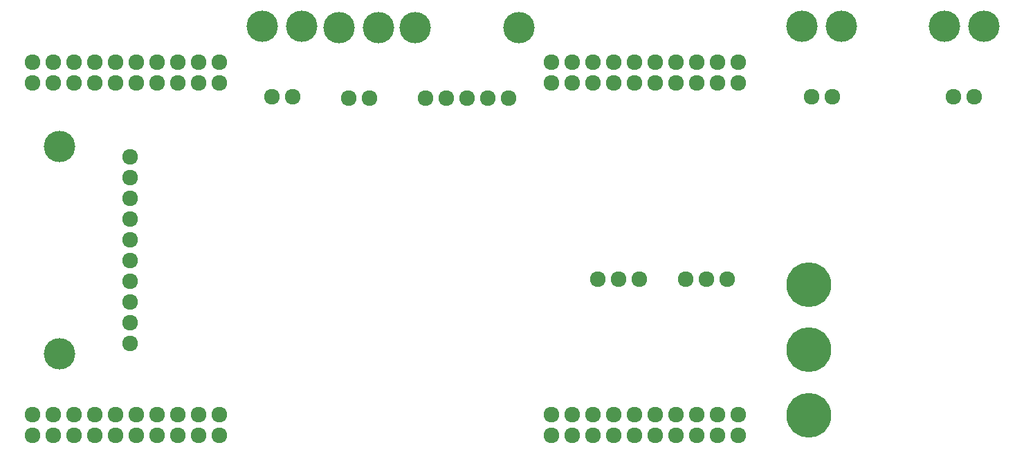
<source format=gbr>
G04 #@! TF.FileFunction,Soldermask,Bot*
%FSLAX46Y46*%
G04 Gerber Fmt 4.6, Leading zero omitted, Abs format (unit mm)*
G04 Created by KiCad (PCBNEW 4.0.7) date 03/27/18 18:49:24*
%MOMM*%
%LPD*%
G01*
G04 APERTURE LIST*
%ADD10C,0.100000*%
%ADD11C,1.920000*%
%ADD12C,1.924000*%
%ADD13C,3.850000*%
%ADD14C,5.480000*%
G04 APERTURE END LIST*
D10*
D11*
X182778400Y-126034800D03*
X205638400Y-80314800D03*
X203098400Y-80314800D03*
X195478400Y-80314800D03*
X192938400Y-123494800D03*
X198018400Y-80314800D03*
X200558400Y-80314800D03*
X198018400Y-126034800D03*
X203098400Y-123494800D03*
X192938400Y-80314800D03*
X190398400Y-80314800D03*
X203098400Y-126034800D03*
X198018400Y-123494800D03*
X195478400Y-123494800D03*
X182778400Y-123494800D03*
X185318400Y-123494800D03*
X187858400Y-123494800D03*
X190398400Y-123494800D03*
X200558400Y-123494800D03*
X205638400Y-123494800D03*
X185318400Y-126034800D03*
X187858400Y-126034800D03*
X190398400Y-126034800D03*
X192938400Y-126034800D03*
X195478400Y-126034800D03*
X200558400Y-126034800D03*
X205638400Y-126034800D03*
X182778400Y-82854800D03*
X185318400Y-82854800D03*
X187858400Y-82854800D03*
X190398400Y-82854800D03*
X192938400Y-82854800D03*
X195478400Y-82854800D03*
X198018400Y-82854800D03*
X200558400Y-82854800D03*
X203098400Y-82854800D03*
X205638400Y-82854800D03*
X182778400Y-80314800D03*
X185318400Y-80314800D03*
X187858400Y-80314800D03*
X119278400Y-123494800D03*
X121818400Y-123494800D03*
X124358400Y-123494800D03*
X126898400Y-123494800D03*
X129438400Y-123494800D03*
X131978400Y-123494800D03*
X134518400Y-123494800D03*
X137058400Y-123494800D03*
X139598400Y-123494800D03*
X142138400Y-123494800D03*
X119278400Y-126034800D03*
X121818400Y-126034800D03*
X124358400Y-126034800D03*
X126898400Y-126034800D03*
X129438400Y-126034800D03*
X131978400Y-126034800D03*
X134518400Y-126034800D03*
X137058400Y-126034800D03*
X139598400Y-126034800D03*
X142138400Y-126034800D03*
X119278400Y-82854800D03*
X121818400Y-82854800D03*
X124358400Y-82854800D03*
X126898400Y-82854800D03*
X129438400Y-82854800D03*
X131978400Y-82854800D03*
X134518400Y-82854800D03*
X137058400Y-82854800D03*
X139598400Y-82854800D03*
X142138400Y-82854800D03*
X119278400Y-80314800D03*
X121818400Y-80314800D03*
X124358400Y-80314800D03*
X126898400Y-80314800D03*
X129438400Y-80314800D03*
X131978400Y-80314800D03*
X134518400Y-80314800D03*
X137058400Y-80314800D03*
X139598400Y-80314800D03*
X142138400Y-80314800D03*
D12*
X167386000Y-84709000D03*
X169926000Y-84709000D03*
X172466000Y-84709000D03*
X175006000Y-84709000D03*
X177546000Y-84709000D03*
D13*
X166116000Y-76073000D03*
X178816000Y-76073000D03*
D14*
X214325200Y-107571000D03*
X214325200Y-115570000D03*
X214325200Y-123571000D03*
D12*
X131216400Y-114808000D03*
X131216400Y-112268000D03*
X131216400Y-109728000D03*
X131216400Y-107188000D03*
X131216400Y-104648000D03*
D13*
X122580400Y-116078000D03*
X122580400Y-90678000D03*
D12*
X131216400Y-102108000D03*
X131216400Y-99568000D03*
X131216400Y-97028000D03*
X131216400Y-94488000D03*
X131216400Y-91948000D03*
D13*
X156843000Y-76069000D03*
D12*
X157988000Y-84709000D03*
X160528000Y-84709000D03*
D13*
X161671000Y-76073000D03*
X147445000Y-75942000D03*
D12*
X148590000Y-84582000D03*
X151130000Y-84582000D03*
D13*
X152273000Y-75946000D03*
D12*
X188468000Y-106934000D03*
X191008000Y-106934000D03*
X193548000Y-106934000D03*
X199237600Y-106883200D03*
X201777600Y-106883200D03*
X204317600Y-106883200D03*
D13*
X213485000Y-75942000D03*
D12*
X214630000Y-84582000D03*
X217170000Y-84582000D03*
D13*
X218313000Y-75946000D03*
X230884000Y-75942000D03*
D12*
X232029000Y-84582000D03*
X234569000Y-84582000D03*
D13*
X235712000Y-75946000D03*
M02*

</source>
